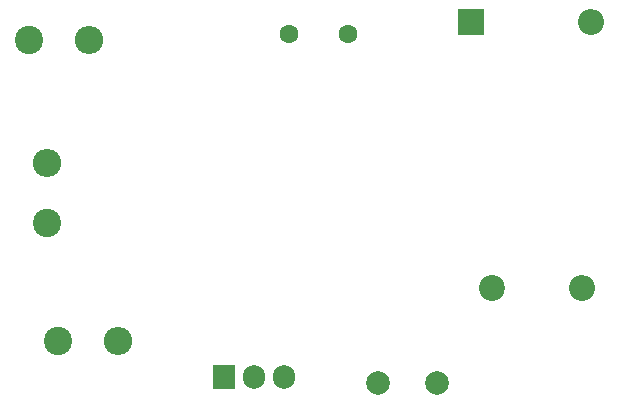
<source format=gbr>
%TF.GenerationSoftware,KiCad,Pcbnew,9.0.0*%
%TF.CreationDate,2025-03-20T23:20:09+05:30*%
%TF.ProjectId,buck_converter,6275636b-5f63-46f6-9e76-65727465722e,rev?*%
%TF.SameCoordinates,Original*%
%TF.FileFunction,Soldermask,Bot*%
%TF.FilePolarity,Negative*%
%FSLAX46Y46*%
G04 Gerber Fmt 4.6, Leading zero omitted, Abs format (unit mm)*
G04 Created by KiCad (PCBNEW 9.0.0) date 2025-03-20 23:20:09*
%MOMM*%
%LPD*%
G01*
G04 APERTURE LIST*
%ADD10C,2.400000*%
%ADD11O,2.400000X2.400000*%
%ADD12R,1.905000X2.000000*%
%ADD13O,1.905000X2.000000*%
%ADD14C,2.200000*%
%ADD15O,2.200000X2.200000*%
%ADD16R,2.200000X2.200000*%
%ADD17C,1.600000*%
%ADD18C,2.000000*%
G04 APERTURE END LIST*
D10*
%TO.C,R3*%
X52985000Y-58000000D03*
D11*
X58065000Y-58000000D03*
%TD*%
D10*
%TO.C,R2*%
X51985000Y-48000000D03*
D11*
X51985000Y-42920000D03*
%TD*%
D10*
%TO.C,R1*%
X50485000Y-32500000D03*
D11*
X55565000Y-32500000D03*
%TD*%
D12*
%TO.C,Q1*%
X66960000Y-61000000D03*
D13*
X69500000Y-61000000D03*
X72040000Y-61000000D03*
%TD*%
D14*
%TO.C,L1*%
X89715000Y-53500000D03*
D15*
X97335000Y-53500000D03*
%TD*%
D16*
%TO.C,D1*%
X87920000Y-31000000D03*
D15*
X98080000Y-31000000D03*
%TD*%
D17*
%TO.C,C2*%
X72500000Y-32000000D03*
X77500000Y-32000000D03*
%TD*%
D18*
%TO.C,C1*%
X80000000Y-61500000D03*
X85000000Y-61500000D03*
%TD*%
M02*

</source>
